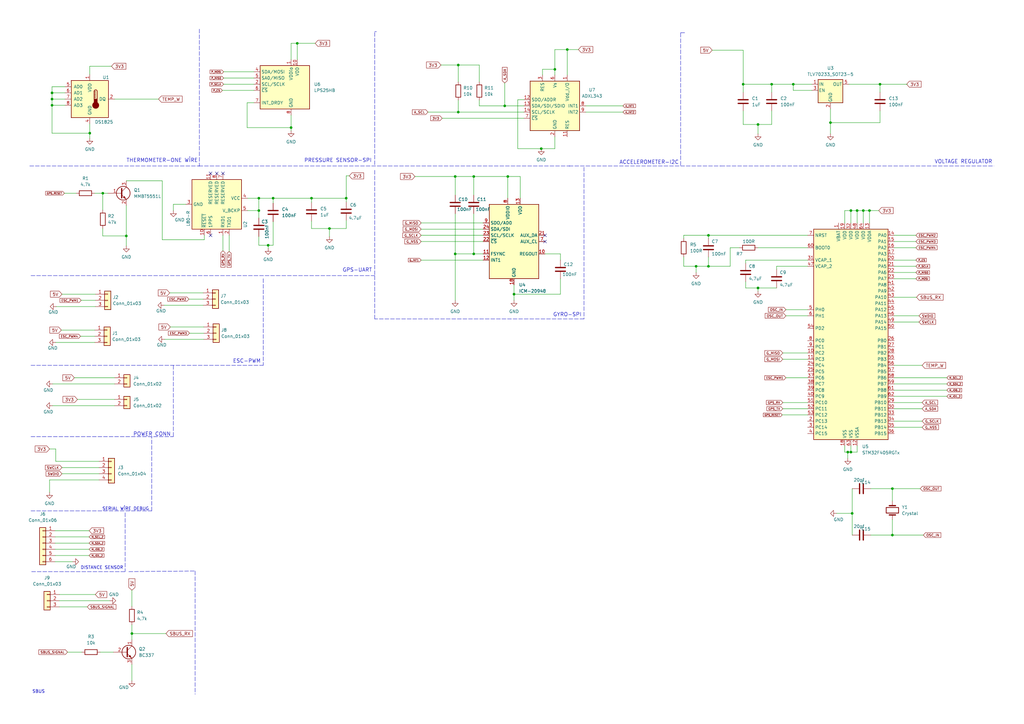
<source format=kicad_sch>
(kicad_sch (version 20211123) (generator eeschema)
  (paper "A3")
  (title_block (title "ULV") (date "2023-09-20") (company "null"))
  (lib_symbols
    (symbol "Connector_Generic:Conn_01x02" (pin_names (offset 1.016) hide)
      (property "Reference" "J" (at 0 2.54 0))
      (property "Value" "Conn_01x02" (at 0 -5.08 0))
      (symbol "Conn_01x02_1_1"
        (pin passive line (at -5.08 0 0) (length 3.81) (name "Pin_1") (number "1"))
        (pin passive line (at -5.08 -2.54 0) (length 3.81) (name "Pin_2") (number "2"))
      )
    )
    (symbol "Connector_Generic:Conn_01x03" (pin_names (offset 1.016) hide)
      (property "Reference" "J" (at 0 5.08 0))
      (property "Value" "Conn_01x03" (at 0 -5.08 0))
      (symbol "Conn_01x03_1_1"
        (pin passive line (at -5.08 2.54 0) (length 3.81) (name "Pin_1") (number "1"))
        (pin passive line (at -5.08 0 0) (length 3.81) (name "Pin_2") (number "2"))
        (pin passive line (at -5.08 -2.54 0) (length 3.81) (name "Pin_3") (number "3"))
      )
    )
    (symbol "Connector_Generic:Conn_01x04" (pin_names (offset 1.016) hide)
      (property "Reference" "J" (at 0 5.08 0))
      (property "Value" "Conn_01x04" (at 0 -7.62 0))
      (symbol "Conn_01x04_1_1"
        (pin passive line (at -5.08 2.54 0) (length 3.81) (name "Pin_1") (number "1"))
        (pin passive line (at -5.08 0 0) (length 3.81) (name "Pin_2") (number "2"))
        (pin passive line (at -5.08 -2.54 0) (length 3.81) (name "Pin_3") (number "3"))
        (pin passive line (at -5.08 -5.08 0) (length 3.81) (name "Pin_4") (number "4"))
      )
    )
    (symbol "Connector_Generic:Conn_01x06" (pin_names (offset 1.016) hide)
      (property "Reference" "J" (at 0 7.62 0))
      (property "Value" "Conn_01x06" (at 0 -10.16 0))
      (symbol "Conn_01x06_1_1"
        (pin passive line (at -5.08 5.08 0) (length 3.81) (name "Pin_1") (number "1"))
        (pin passive line (at -5.08 2.54 0) (length 3.81) (name "Pin_2") (number "2"))
        (pin passive line (at -5.08 0 0) (length 3.81) (name "Pin_3") (number "3"))
        (pin passive line (at -5.08 -2.54 0) (length 3.81) (name "Pin_4") (number "4"))
        (pin passive line (at -5.08 -5.08 0) (length 3.81) (name "Pin_5") (number "5"))
        (pin passive line (at -5.08 -7.62 0) (length 3.81) (name "Pin_6") (number "6"))
      )
    )
    (symbol "Device:C" (pin_numbers hide) (pin_names (offset 0.254))
      (property "Reference" "C" (at 0.635 2.54 0))
      (property "Value" "C" (at 0.635 -2.54 0))
      (symbol "C_1_1"
        (pin passive line (at 0 3.81 270) (length 2.794) (name "~") (number "1"))
        (pin passive line (at 0 -3.81 90) (length 2.794) (name "~") (number "2"))
      )
    )
    (symbol "Device:Crystal" (pin_numbers hide) (pin_names (offset 1.016) hide)
      (property "Reference" "Y" (at 0 3.81 0))
      (property "Value" "Crystal" (at 0 -3.81 0))
      (symbol "Crystal_1_1"
        (pin passive line (at -3.81 0 0) (length 1.27) (name "1") (number "1"))
        (pin passive line (at 3.81 0 180) (length 1.27) (name "2") (number "2"))
      )
    )
    (symbol "Device:R" (pin_numbers hide) (pin_names (offset 0))
      (property "Reference" "R" (at 2.032 0 90))
      (property "Value" "R" (at 0 0 90))
      (symbol "R_1_1"
        (pin passive line (at 0 3.81 270) (length 1.27) (name "~") (number "1"))
        (pin passive line (at 0 -3.81 90) (length 1.27) (name "~") (number "2"))
      )
    )
    (symbol "MCU_ST_STM32F4:STM32F405RGTx"
      (property "Reference" "U" (at -15.24 44.45 0))
      (property "Value" "STM32F405RGTx" (at 10.16 44.45 0))
      (symbol "STM32F405RGTx_1_1"
        (pin power_in line (at -5.08 45.72 270) (length 2.54) (name "VBAT") (number "1"))
        (pin bidirectional line (at -17.78 -7.62 0) (length 2.54) (name "PC2") (number "10"))
        (pin bidirectional line (at -17.78 -10.16 0) (length 2.54) (name "PC3") (number "11"))
        (pin power_in line (at 2.54 -45.72 90) (length 2.54) (name "VSSA") (number "12"))
        (pin power_in line (at 7.62 45.72 270) (length 2.54) (name "VDDA") (number "13"))
        (pin bidirectional line (at 17.78 40.64 180) (length 2.54) (name "PA0") (number "14"))
        (pin bidirectional line (at 17.78 38.1 180) (length 2.54) (name "PA1") (number "15"))
        (pin bidirectional line (at 17.78 35.56 180) (length 2.54) (name "PA2") (number "16"))
        (pin bidirectional line (at 17.78 33.02 180) (length 2.54) (name "PA3") (number "17"))
        (pin power_in line (at -2.54 -45.72 90) (length 2.54) (name "VSS") (number "18"))
        (pin power_in line (at -2.54 45.72 270) (length 2.54) (name "VDD") (number "19"))
        (pin bidirectional line (at -17.78 -35.56 0) (length 2.54) (name "PC13") (number "2"))
        (pin bidirectional line (at 17.78 30.48 180) (length 2.54) (name "PA4") (number "20"))
        (pin bidirectional line (at 17.78 27.94 180) (length 2.54) (name "PA5") (number "21"))
        (pin bidirectional line (at 17.78 25.4 180) (length 2.54) (name "PA6") (number "22"))
        (pin bidirectional line (at 17.78 22.86 180) (length 2.54) (name "PA7") (number "23"))
        (pin bidirectional line (at -17.78 -12.7 0) (length 2.54) (name "PC4") (number "24"))
        (pin bidirectional line (at -17.78 -15.24 0) (length 2.54) (name "PC5") (number "25"))
        (pin bidirectional line (at 17.78 -2.54 180) (length 2.54) (name "PB0") (number "26"))
        (pin bidirectional line (at 17.78 -5.08 180) (length 2.54) (name "PB1") (number "27"))
        (pin bidirectional line (at 17.78 -7.62 180) (length 2.54) (name "PB2") (number "28"))
        (pin bidirectional line (at 17.78 -27.94 180) (length 2.54) (name "PB10") (number "29"))
        (pin bidirectional line (at -17.78 -38.1 0) (length 2.54) (name "PC14") (number "3"))
        (pin bidirectional line (at 17.78 -30.48 180) (length 2.54) (name "PB11") (number "30"))
        (pin power_in line (at -17.78 30.48 0) (length 2.54) (name "VCAP_1") (number "31"))
        (pin power_in line (at 0 45.72 270) (length 2.54) (name "VDD") (number "32"))
        (pin bidirectional line (at 17.78 -33.02 180) (length 2.54) (name "PB12") (number "33"))
        (pin bidirectional line (at 17.78 -35.56 180) (length 2.54) (name "PB13") (number "34"))
        (pin bidirectional line (at 17.78 -38.1 180) (length 2.54) (name "PB14") (number "35"))
        (pin bidirectional line (at 17.78 -40.64 180) (length 2.54) (name "PB15") (number "36"))
        (pin bidirectional line (at -17.78 -17.78 0) (length 2.54) (name "PC6") (number "37"))
        (pin bidirectional line (at -17.78 -20.32 0) (length 2.54) (name "PC7") (number "38"))
        (pin bidirectional line (at -17.78 -22.86 0) (length 2.54) (name "PC8") (number "39"))
        (pin bidirectional line (at -17.78 -40.64 0) (length 2.54) (name "PC15") (number "4"))
        (pin bidirectional line (at -17.78 -25.4 0) (length 2.54) (name "PC9") (number "40"))
        (pin bidirectional line (at 17.78 20.32 180) (length 2.54) (name "PA8") (number "41"))
        (pin bidirectional line (at 17.78 17.78 180) (length 2.54) (name "PA9") (number "42"))
        (pin bidirectional line (at 17.78 15.24 180) (length 2.54) (name "PA10") (number "43"))
        (pin bidirectional line (at 17.78 12.7 180) (length 2.54) (name "PA11") (number "44"))
        (pin bidirectional line (at 17.78 10.16 180) (length 2.54) (name "PA12") (number "45"))
        (pin bidirectional line (at 17.78 7.62 180) (length 2.54) (name "PA13") (number "46"))
        (pin power_in line (at -17.78 27.94 0) (length 2.54) (name "VCAP_2") (number "47"))
        (pin power_in line (at 2.54 45.72 270) (length 2.54) (name "VDD") (number "48"))
        (pin bidirectional line (at 17.78 5.08 180) (length 2.54) (name "PA14") (number "49"))
        (pin input line (at -17.78 10.16 0) (length 2.54) (name "PH0") (number "5"))
        (pin bidirectional line (at 17.78 2.54 180) (length 2.54) (name "PA15") (number "50"))
        (pin bidirectional line (at -17.78 -27.94 0) (length 2.54) (name "PC10") (number "51"))
        (pin bidirectional line (at -17.78 -30.48 0) (length 2.54) (name "PC11") (number "52"))
        (pin bidirectional line (at -17.78 -33.02 0) (length 2.54) (name "PC12") (number "53"))
        (pin bidirectional line (at -17.78 2.54 0) (length 2.54) (name "PD2") (number "54"))
        (pin bidirectional line (at 17.78 -10.16 180) (length 2.54) (name "PB3") (number "55"))
        (pin bidirectional line (at 17.78 -12.7 180) (length 2.54) (name "PB4") (number "56"))
        (pin bidirectional line (at 17.78 -15.24 180) (length 2.54) (name "PB5") (number "57"))
        (pin bidirectional line (at 17.78 -17.78 180) (length 2.54) (name "PB6") (number "58"))
        (pin bidirectional line (at 17.78 -20.32 180) (length 2.54) (name "PB7") (number "59"))
        (pin input line (at -17.78 7.62 0) (length 2.54) (name "PH1") (number "6"))
        (pin input line (at -17.78 35.56 0) (length 2.54) (name "BOOT0") (number "60"))
        (pin bidirectional line (at 17.78 -22.86 180) (length 2.54) (name "PB8") (number "61"))
        (pin bidirectional line (at 17.78 -25.4 180) (length 2.54) (name "PB9") (number "62"))
        (pin power_in line (at 0 -45.72 90) (length 2.54) (name "VSS") (number "63"))
        (pin power_in line (at 5.08 45.72 270) (length 2.54) (name "VDD") (number "64"))
        (pin input line (at -17.78 40.64 0) (length 2.54) (name "NRST") (number "7"))
        (pin bidirectional line (at -17.78 -2.54 0) (length 2.54) (name "PC0") (number "8"))
        (pin bidirectional line (at -17.78 -5.08 0) (length 2.54) (name "PC1") (number "9"))
      )
    )
    (symbol "RF_GPS:L80-R"
      (property "Reference" "U" (at -10.16 11.43 0))
      (property "Value" "L80-R" (at 10.16 11.43 0))
      (symbol "L80-R_1_1"
        (pin input line (at 12.7 2.54 180) (length 2.54) (name "RXD1") (number "1"))
        (pin input line (at 12.7 -5.08 180) (length 2.54) (name "~{RESET}") (number "10"))
        (pin passive line (at -12.7 -2.54 0) (length 2.54) (name "RESERVED") (number "11"))
        (pin passive line (at 0 -12.7 90) (length 2.54) hide (name "GND") (number "12"))
        (pin output line (at 12.7 5.08 180) (length 2.54) (name "TXD1") (number "2"))
        (pin power_in line (at 0 -12.7 90) (length 2.54) (name "GND") (number "3"))
        (pin power_in line (at -2.54 12.7 270) (length 2.54) (name "VCC") (number "4"))
        (pin power_in line (at 2.54 12.7 270) (length 2.54) (name "V_BCKP") (number "5"))
        (pin output line (at 12.7 -2.54 180) (length 2.54) (name "1PPS") (number "6"))
        (pin passive line (at -12.7 2.54 0) (length 2.54) (name "RESERVED") (number "7"))
        (pin passive line (at -12.7 0 0) (length 2.54) (name "RESERVED") (number "8"))
        (pin no_connect line (at 10.16 0 180) (length 2.54) hide (name "NC") (number "9"))
      )
    )
    (symbol "Regulator_Linear:TLV70233_SOT23-5" (pin_names (offset 0.254))
      (property "Reference" "U" (at -3.81 5.715 0))
      (property "Value" "TLV70233_SOT23-5" (at 0 5.715 0))
      (symbol "TLV70233_SOT23-5_1_1"
        (pin power_in line (at -7.62 2.54 0) (length 2.54) (name "IN") (number "1"))
        (pin power_in line (at 0 -7.62 90) (length 2.54) (name "GND") (number "2"))
        (pin input line (at -7.62 0 0) (length 2.54) (name "EN") (number "3"))
        (pin no_connect line (at 5.08 0 180) (length 2.54) hide (name "NC") (number "4"))
        (pin power_out line (at 7.62 2.54 180) (length 2.54) (name "OUT") (number "5"))
      )
    )
    (symbol "Sensor_Motion:ADXL343"
      (property "Reference" "U" (at -8.89 11.43 0))
      (property "Value" "ADXL343" (at -7.62 -11.43 0))
      (symbol "ADXL343_1_1"
        (pin power_in line (at 5.08 12.7 270) (length 2.54) (name "Vdd_I/O") (number "1"))
        (pin no_connect line (at -5.08 -10.16 90) (length 2.54) hide (name "NC") (number "10"))
        (pin passive line (at 5.08 -12.7 90) (length 2.54) (name "RES") (number "11"))
        (pin bidirectional line (at -12.7 2.54 0) (length 2.54) (name "SDO/ADDR") (number "12"))
        (pin bidirectional line (at -12.7 0 0) (length 2.54) (name "SDA/SDI/SDIO") (number "13"))
        (pin input line (at -12.7 -2.54 0) (length 2.54) (name "SCL/SCLK") (number "14"))
        (pin power_in line (at 0 -12.7 90) (length 2.54) (name "GND") (number "2"))
        (pin passive line (at -5.08 12.7 270) (length 2.54) (name "RES") (number "3"))
        (pin passive line (at 0 -12.7 90) (length 2.54) hide (name "GND") (number "4"))
        (pin passive line (at 0 -12.7 90) (length 2.54) hide (name "GND") (number "5"))
        (pin power_in line (at 0 12.7 270) (length 2.54) (name "Vs") (number "6"))
        (pin input line (at -12.7 -5.08 0) (length 2.54) (name "~{CS}") (number "7"))
        (pin output line (at 12.7 0 180) (length 2.54) (name "INT1") (number "8"))
        (pin output line (at 12.7 -2.54 180) (length 2.54) (name "INT2") (number "9"))
      )
    )
    (symbol "Sensor_Motion:ICM-20948"
      (property "Reference" "U" (at -11.43 16.51 0))
      (property "Value" "ICM-20948" (at 7.62 -16.51 0))
      (symbol "ICM-20948_1_1"
        (pin no_connect line (at -10.16 12.7 0) (length 2.54) hide (name "NC") (number "1"))
        (pin passive line (at 12.7 -5.08 180) (length 2.54) (name "REGOUT") (number "10"))
        (pin input line (at -12.7 -5.08 0) (length 2.54) (name "FSYNC") (number "11"))
        (pin output line (at -12.7 -7.62 0) (length 2.54) (name "INT1") (number "12"))
        (pin power_in line (at 2.54 17.78 270) (length 2.54) (name "VDD") (number "13"))
        (pin no_connect line (at 10.16 7.62 180) (length 2.54) hide (name "NC") (number "14"))
        (pin no_connect line (at 10.16 5.08 180) (length 2.54) hide (name "NC") (number "15"))
        (pin no_connect line (at 10.16 -7.62 180) (length 2.54) hide (name "NC") (number "16"))
        (pin no_connect line (at 10.16 -10.16 180) (length 2.54) hide (name "NC") (number "17"))
        (pin power_in line (at 0 -17.78 90) (length 2.54) (name "GND") (number "18"))
        (pin no_connect line (at 10.16 -12.7 180) (length 2.54) hide (name "RESV") (number "19"))
        (pin no_connect line (at -10.16 10.16 0) (length 2.54) hide (name "NC") (number "2"))
        (pin passive line (at 0 -17.78 90) (length 2.54) hide (name "GND") (number "20"))
        (pin bidirectional line (at 12.7 2.54 180) (length 2.54) (name "AUX_DA") (number "21"))
        (pin input line (at -12.7 0 0) (length 2.54) (name "~{CS}") (number "22"))
        (pin input line (at -12.7 2.54 0) (length 2.54) (name "SCL/SCLK") (number "23"))
        (pin bidirectional line (at -12.7 5.08 0) (length 2.54) (name "SDA/SDI") (number "24"))
        (pin no_connect line (at -10.16 -2.54 0) (length 2.54) hide (name "NC") (number "3"))
        (pin no_connect line (at -10.16 -10.16 0) (length 2.54) hide (name "NC") (number "4"))
        (pin no_connect line (at -10.16 -12.7 0) (length 2.54) hide (name "NC") (number "5"))
        (pin no_connect line (at 10.16 10.16 180) (length 2.54) hide (name "NC") (number "6"))
        (pin output line (at 12.7 0 180) (length 2.54) (name "AUX_CL") (number "7"))
        (pin power_in line (at -2.54 17.78 270) (length 2.54) (name "VDDIO") (number "8"))
        (pin bidirectional line (at -12.7 7.62 0) (length 2.54) (name "SDO/AD0") (number "9"))
      )
    )
    (symbol "Sensor_Pressure:LPS25HB"
      (property "Reference" "U" (at -10.16 8.89 0))
      (property "Value" "LPS25HB" (at 10.16 8.89 0))
      (symbol "LPS25HB_1_1"
        (pin power_in line (at -2.54 10.16 270) (length 2.54) (name "VDDio") (number "1"))
        (pin power_in line (at -5.08 10.16 270) (length 2.54) (name "VDD") (number "10"))
        (pin input line (at 12.7 0 180) (length 2.54) (name "SCL/SCLK") (number "2"))
        (pin passive line (at -2.54 -12.7 90) (length 2.54) hide (name "GND") (number "3"))
        (pin bidirectional line (at 12.7 5.08 180) (length 2.54) (name "SDA/MOSI") (number "4"))
        (pin bidirectional line (at 12.7 2.54 180) (length 2.54) (name "SA0/MISO") (number "5"))
        (pin input line (at 12.7 -2.54 180) (length 2.54) (name "~{CS}") (number "6"))
        (pin output line (at 12.7 -7.62 180) (length 2.54) (name "INT_DRDY") (number "7"))
        (pin power_in line (at -2.54 -12.7 90) (length 2.54) (name "GND") (number "8"))
        (pin passive line (at -2.54 -12.7 90) (length 2.54) hide (name "GND") (number "9"))
      )
    )
    (symbol "Sensor_Temperature:DS1825" (pin_names (offset 1.016))
      (property "Reference" "U" (at -6.35 8.89 0))
      (property "Value" "DS1825" (at 6.35 8.89 0))
      (symbol "DS1825_1_1"
        (pin power_in line (at 0 10.16 270) (length 2.54) (name "VDD") (number "1"))
        (pin bidirectional line (at 10.16 0 180) (length 2.54) (name "DQ") (number "2"))
        (pin no_connect line (at -10.16 -5.08 0) (length 2.54) hide (name "NC") (number "3"))
        (pin power_in line (at 0 -10.16 90) (length 2.54) (name "GND") (number "4"))
        (pin input line (at -10.16 5.08 0) (length 2.54) (name "AD0") (number "5"))
        (pin input line (at -10.16 2.54 0) (length 2.54) (name "AD1") (number "6"))
        (pin input line (at -10.16 0 0) (length 2.54) (name "AD2") (number "7"))
        (pin input line (at -10.16 -2.54 0) (length 2.54) (name "AD3") (number "8"))
      )
    )
    (symbol "Transistor_BJT:BC337" (pin_names (offset 0) hide)
      (property "Reference" "Q" (at 5.08 1.905 0))
      (property "Value" "BC337" (at 5.08 0 0))
      (symbol "BC337_1_1"
        (pin passive line (at 2.54 5.08 270) (length 2.54) (name "C") (number "1"))
        (pin input line (at -5.08 0 0) (length 5.08) (name "B") (number "2"))
        (pin passive line (at 2.54 -5.08 90) (length 2.54) (name "E") (number "3"))
      )
    )
    (symbol "Transistor_BJT:MMBT5551L" (pin_names (offset 0) hide)
      (property "Reference" "Q" (at 5.08 1.905 0))
      (property "Value" "MMBT5551L" (at 5.08 0 0))
      (symbol "MMBT5551L_1_1"
        (pin input line (at -5.08 0 0) (length 5.715) (name "B") (number "1"))
        (pin passive line (at 2.54 -5.08 90) (length 2.54) (name "E") (number "2"))
        (pin passive line (at 2.54 5.08 270) (length 2.54) (name "C") (number "3"))
      )
    )
    (symbol "power:GND" (power) (pin_names (offset 0))
      (property "Value" "GND" (at 0 -3.81 0))
      (symbol "GND_1_1"
        (pin power_in line (at 0 0 270) (length 0) hide (name "GND") (number "1"))
      )
    )
  )
  (junction (at 127.762 81.28))
  (junction (at 121.92 17.78))
  (junction (at 194.31 104.14))
  (junction (at 194.31 72.39))
  (junction (at 304.8 34.544))
  (junction (at 348.996 185.42))
  (junction (at 21.336 38.1))
  (junction (at 210.82 120.65))
  (junction (at 232.664 20.32))
  (junction (at 119.38 52.324))
  (junction (at 356.616 86.36))
  (junction (at 141.986 81.28))
  (junction (at 290.576 96.52))
  (junction (at 51.816 96.774))
  (junction (at 186.69 104.14))
  (junction (at 340.614 50.292))
  (junction (at 348.996 86.36))
  (junction (at 366.014 200.406))
  (junction (at 227.584 28.448))
  (junction (at 135.128 93.726))
  (junction (at 187.96 45.974))
  (junction (at 325.374 34.544))
  (junction (at 366.014 219.456))
  (junction (at 351.536 86.36))
  (junction (at 360.934 34.544))
  (junction (at 290.576 109.22))
  (junction (at 186.69 72.39))
  (junction (at 187.96 26.67))
  (junction (at 285.496 109.22))
  (junction (at 54.102 259.842))
  (junction (at 310.896 51.054))
  (junction (at 207.01 43.434))
  (junction (at 112.014 81.28))
  (junction (at 347.726 185.42))
  (junction (at 36.83 54.61))
  (junction (at 106.172 86.36))
  (junction (at 316.484 34.544))
  (junction (at 42.164 79.248))
  (junction (at 354.076 86.36))
  (junction (at 106.172 81.28))
  (junction (at 208.28 72.39))
  (junction (at 310.896 118.11))
  (junction (at 21.336 40.64))
  (junction (at 109.982 100.584))
  (junction (at 349.504 210.566))
  (junction (at 221.996 60.96))
  (junction (at 21.336 43.18))
  (no_connect (at 223.52 99.06))
  (no_connect (at 91.44 71.12))
  (no_connect (at 223.52 96.52))
  (no_connect (at 88.9 71.12))
  (no_connect (at 86.36 96.52))
  (no_connect (at 86.36 71.12))
  (wire (pts (xy 25.4 120.65) (xy 39.116 120.65)))
  (wire (pts (xy 186.69 72.39) (xy 194.31 72.39)))
  (wire (pts (xy 25.4 194.31) (xy 40.64 194.31)))
  (wire (pts (xy 194.31 87.63) (xy 194.31 104.14)))
  (wire (pts (xy 349.504 200.406) (xy 349.504 210.566)))
  (wire (pts (xy 310.896 51.054) (xy 310.896 54.864)))
  (wire (pts (xy 121.92 17.78) (xy 119.38 17.78)))
  (wire (pts (xy 22.606 220.218) (xy 36.576 220.218)))
  (wire (pts (xy 322.326 129.54) (xy 331.216 129.54)))
  (wire (pts (xy 366.776 129.54) (xy 376.936 129.54)))
  (wire (pts (xy 223.52 104.14) (xy 229.87 104.14)))
  (wire (pts (xy 172.72 96.52) (xy 198.12 96.52)))
  (wire (pts (xy 83.82 98.298) (xy 83.82 96.52)))
  (wire (pts (xy 360.934 34.544) (xy 372.11 34.544)))
  (wire (pts (xy 366.776 106.68) (xy 375.666 106.68)))
  (wire (pts (xy 93.98 96.52) (xy 93.98 103.124)))
  (wire (pts (xy 240.284 43.434) (xy 255.524 43.434)))
  (polyline (pts (xy 51.308 210.312) (xy 51.308 234.442)))
  (wire (pts (xy 172.72 99.06) (xy 198.12 99.06)))
  (wire (pts (xy 348.234 34.544) (xy 360.934 34.544)))
  (wire (pts (xy 106.172 86.36) (xy 106.172 81.28)))
  (polyline (pts (xy 107.95 114.3) (xy 107.95 149.86)))
  (wire (pts (xy 46.99 40.64) (xy 65.024 40.64)))
  (wire (pts (xy 91.186 37.084) (xy 104.14 37.084)))
  (wire (pts (xy 316.484 34.544) (xy 325.374 34.544)))
  (wire (pts (xy 221.996 60.96) (xy 227.584 60.96)))
  (wire (pts (xy 194.31 72.39) (xy 194.31 80.01)))
  (wire (pts (xy 310.896 118.11) (xy 310.896 119.38)))
  (wire (pts (xy 21.336 43.18) (xy 21.336 54.61)))
  (wire (pts (xy 280.416 109.22) (xy 285.496 109.22)))
  (wire (pts (xy 340.614 44.704) (xy 340.614 50.292)))
  (wire (pts (xy 42.164 79.248) (xy 42.164 86.106)))
  (wire (pts (xy 45.72 27.178) (xy 36.83 27.178)))
  (polyline (pts (xy 153.67 130.81) (xy 153.67 113.03)))
  (wire (pts (xy 360.426 86.36) (xy 356.616 86.36)))
  (wire (pts (xy 292.1 20.574) (xy 304.8 20.574)))
  (wire (pts (xy 119.38 17.78) (xy 119.38 24.384)))
  (wire (pts (xy 304.8 51.054) (xy 310.896 51.054)))
  (wire (pts (xy 343.154 210.566) (xy 349.504 210.566)))
  (wire (pts (xy 196.596 43.434) (xy 196.596 41.148)))
  (wire (pts (xy 348.996 86.36) (xy 348.996 91.44)))
  (wire (pts (xy 91.694 29.464) (xy 104.14 29.464)))
  (wire (pts (xy 181.356 48.514) (xy 214.884 48.514)))
  (wire (pts (xy 229.87 104.14) (xy 229.87 106.68)))
  (wire (pts (xy 212.344 40.894) (xy 212.344 60.96)))
  (wire (pts (xy 321.056 165.1) (xy 331.216 165.1)))
  (wire (pts (xy 354.076 86.36) (xy 354.076 91.44)))
  (wire (pts (xy 22.86 140.462) (xy 38.862 140.462)))
  (wire (pts (xy 349.504 210.566) (xy 349.504 219.456)))
  (wire (pts (xy 356.616 86.36) (xy 354.076 86.36)))
  (wire (pts (xy 119.38 52.324) (xy 119.38 53.594)))
  (wire (pts (xy 54.102 242.062) (xy 54.102 248.666)))
  (wire (pts (xy 214.884 40.894) (xy 212.344 40.894)))
  (wire (pts (xy 20.32 184.15) (xy 22.86 184.15)))
  (wire (pts (xy 351.536 185.42) (xy 348.996 185.42)))
  (polyline (pts (xy 12.7 113.03) (xy 153.67 113.03)))
  (wire (pts (xy 214.884 43.434) (xy 207.01 43.434)))
  (polyline (pts (xy 279.146 67.818) (xy 279.146 13.462)))
  (wire (pts (xy 25.146 135.382) (xy 38.862 135.382)))
  (wire (pts (xy 187.96 26.67) (xy 196.596 26.67)))
  (wire (pts (xy 322.326 154.94) (xy 331.216 154.94)))
  (wire (pts (xy 354.076 86.36) (xy 351.536 86.36)))
  (wire (pts (xy 229.87 120.65) (xy 210.82 120.65)))
  (wire (pts (xy 348.996 86.36) (xy 346.456 86.36)))
  (wire (pts (xy 305.816 106.68) (xy 305.816 107.95)))
  (wire (pts (xy 229.87 114.3) (xy 229.87 120.65)))
  (wire (pts (xy 69.85 134.112) (xy 83.566 134.112)))
  (polyline (pts (xy 295.656 68.072) (xy 407.67 68.072)))
  (wire (pts (xy 305.816 118.11) (xy 310.896 118.11)))
  (wire (pts (xy 316.484 37.846) (xy 316.484 34.544)))
  (wire (pts (xy 186.69 104.14) (xy 186.69 123.19)))
  (wire (pts (xy 366.776 96.52) (xy 375.666 96.52)))
  (wire (pts (xy 310.896 101.6) (xy 331.216 101.6)))
  (wire (pts (xy 21.336 38.1) (xy 21.336 40.64)))
  (wire (pts (xy 227.584 60.96) (xy 227.584 56.134)))
  (wire (pts (xy 119.38 47.244) (xy 119.38 52.324)))
  (polyline (pts (xy 233.426 68.072) (xy 295.656 68.072)))
  (wire (pts (xy 331.216 106.68) (xy 305.816 106.68)))
  (wire (pts (xy 41.148 267.462) (xy 46.482 267.462)))
  (wire (pts (xy 310.896 118.11) (xy 318.516 118.11)))
  (wire (pts (xy 318.516 110.49) (xy 318.516 109.22)))
  (wire (pts (xy 141.986 81.28) (xy 141.986 82.804)))
  (wire (pts (xy 22.606 230.378) (xy 29.718 230.378)))
  (wire (pts (xy 127.762 81.28) (xy 127.762 83.058)))
  (wire (pts (xy 227.584 28.448) (xy 227.584 20.32)))
  (wire (pts (xy 360.934 50.292) (xy 340.614 50.292)))
  (wire (pts (xy 366.776 114.3) (xy 375.666 114.3)))
  (wire (pts (xy 22.86 189.23) (xy 40.64 189.23)))
  (polyline (pts (xy 12.192 68.072) (xy 81.788 68.072)))
  (wire (pts (xy 27.686 267.462) (xy 33.528 267.462)))
  (wire (pts (xy 305.816 115.57) (xy 305.816 118.11)))
  (wire (pts (xy 180.848 26.67) (xy 187.96 26.67)))
  (wire (pts (xy 129.286 17.78) (xy 121.92 17.78)))
  (wire (pts (xy 357.124 200.406) (xy 366.014 200.406)))
  (wire (pts (xy 33.274 123.19) (xy 39.116 123.19)))
  (wire (pts (xy 194.31 104.14) (xy 198.12 104.14)))
  (wire (pts (xy 222.504 30.734) (xy 222.504 28.448)))
  (wire (pts (xy 299.466 109.22) (xy 290.576 109.22)))
  (wire (pts (xy 280.416 96.52) (xy 280.416 97.79)))
  (wire (pts (xy 42.164 96.774) (xy 51.816 96.774)))
  (wire (pts (xy 325.374 34.544) (xy 332.994 34.544)))
  (wire (pts (xy 194.31 72.39) (xy 208.28 72.39)))
  (wire (pts (xy 127.762 93.726) (xy 135.128 93.726)))
  (polyline (pts (xy 81.534 68.072) (xy 233.68 68.072)))
  (wire (pts (xy 22.86 184.15) (xy 22.86 189.23)))
  (wire (pts (xy 170.18 72.39) (xy 186.69 72.39)))
  (wire (pts (xy 66.548 98.298) (xy 83.82 98.298)))
  (wire (pts (xy 66.548 74.168) (xy 66.548 98.298)))
  (wire (pts (xy 366.776 157.48) (xy 388.366 157.48)))
  (wire (pts (xy 186.69 72.39) (xy 186.69 80.01)))
  (polyline (pts (xy 52.832 234.442) (xy 80.01 234.188)))
  (wire (pts (xy 101.6 86.36) (xy 106.172 86.36)))
  (polyline (pts (xy 12.954 234.442) (xy 51.308 234.442)))
  (polyline (pts (xy 239.522 68.58) (xy 239.522 130.81)))
  (polyline (pts (xy 279.146 13.462) (xy 280.924 13.462)))
  (wire (pts (xy 30.48 154.94) (xy 46.99 154.94)))
  (wire (pts (xy 299.466 101.6) (xy 299.466 109.22)))
  (wire (pts (xy 71.12 83.82) (xy 71.12 86.36)))
  (wire (pts (xy 240.284 45.974) (xy 255.524 45.974)))
  (wire (pts (xy 322.326 127) (xy 331.216 127)))
  (wire (pts (xy 346.456 86.36) (xy 346.456 91.44)))
  (wire (pts (xy 210.82 120.65) (xy 210.82 123.19)))
  (wire (pts (xy 24.384 248.92) (xy 35.814 248.92)))
  (wire (pts (xy 232.664 20.32) (xy 232.664 30.734)))
  (wire (pts (xy 106.172 86.36) (xy 106.172 89.408)))
  (wire (pts (xy 91.44 96.52) (xy 91.44 102.87)))
  (wire (pts (xy 366.776 132.08) (xy 376.936 132.08)))
  (wire (pts (xy 208.28 72.39) (xy 213.36 72.39)))
  (wire (pts (xy 325.374 37.084) (xy 325.374 34.544)))
  (wire (pts (xy 46.99 157.48) (xy 21.59 157.48)))
  (polyline (pts (xy 239.522 130.81) (xy 153.67 130.81)))
  (polyline (pts (xy 153.67 12.954) (xy 154.432 12.954)))
  (wire (pts (xy 33.02 137.922) (xy 38.862 137.922)))
  (wire (pts (xy 366.776 154.94) (xy 388.366 154.94)))
  (wire (pts (xy 91.694 34.544) (xy 104.14 34.544)))
  (wire (pts (xy 222.504 28.448) (xy 227.584 28.448)))
  (wire (pts (xy 186.69 104.14) (xy 194.31 104.14)))
  (polyline (pts (xy 12.7 179.07) (xy 71.12 179.07)))
  (wire (pts (xy 210.82 116.84) (xy 210.82 120.65)))
  (wire (pts (xy 141.986 93.726) (xy 135.128 93.726)))
  (wire (pts (xy 21.336 43.18) (xy 26.67 43.18)))
  (wire (pts (xy 23.114 125.73) (xy 39.116 125.73)))
  (wire (pts (xy 227.584 20.32) (xy 232.664 20.32)))
  (wire (pts (xy 77.47 122.682) (xy 83.312 122.682)))
  (wire (pts (xy 121.92 17.78) (xy 121.92 24.384)))
  (wire (pts (xy 304.8 34.544) (xy 304.8 37.846)))
  (wire (pts (xy 109.982 100.584) (xy 109.982 101.854)))
  (wire (pts (xy 141.986 72.136) (xy 141.986 81.28)))
  (polyline (pts (xy 80.01 234.188) (xy 80.01 284.734)))
  (wire (pts (xy 214.884 45.974) (xy 187.96 45.974)))
  (wire (pts (xy 318.516 109.22) (xy 331.216 109.22)))
  (wire (pts (xy 227.584 30.734) (xy 227.584 28.448)))
  (wire (pts (xy 21.336 40.64) (xy 26.67 40.64)))
  (wire (pts (xy 360.934 45.466) (xy 360.934 50.292)))
  (wire (pts (xy 24.384 243.84) (xy 39.116 243.84)))
  (wire (pts (xy 285.496 111.76) (xy 285.496 109.22)))
  (wire (pts (xy 68.072 259.842) (xy 54.102 259.842)))
  (wire (pts (xy 280.416 105.41) (xy 280.416 109.22)))
  (wire (pts (xy 186.69 87.63) (xy 186.69 104.14)))
  (polyline (pts (xy 12.7 149.86) (xy 107.95 149.86)))
  (wire (pts (xy 21.336 38.1) (xy 26.67 38.1)))
  (wire (pts (xy 51.816 96.774) (xy 51.816 84.328)))
  (wire (pts (xy 106.172 81.28) (xy 112.014 81.28)))
  (wire (pts (xy 351.536 86.36) (xy 348.996 86.36)))
  (wire (pts (xy 366.776 109.22) (xy 375.666 109.22)))
  (wire (pts (xy 290.576 96.52) (xy 331.216 96.52)))
  (wire (pts (xy 316.484 51.054) (xy 310.896 51.054)))
  (wire (pts (xy 357.124 219.456) (xy 366.014 219.456)))
  (wire (pts (xy 321.056 147.32) (xy 331.216 147.32)))
  (wire (pts (xy 196.596 26.67) (xy 196.596 33.528)))
  (wire (pts (xy 366.776 101.6) (xy 375.666 101.6)))
  (wire (pts (xy 348.996 182.88) (xy 348.996 185.42)))
  (wire (pts (xy 22.606 222.758) (xy 36.576 222.758)))
  (wire (pts (xy 347.726 187.96) (xy 347.726 185.42)))
  (wire (pts (xy 172.72 106.68) (xy 198.12 106.68)))
  (wire (pts (xy 101.346 42.164) (xy 101.346 52.324)))
  (polyline (pts (xy 71.12 149.86) (xy 71.12 179.07)))
  (wire (pts (xy 366.776 149.86) (xy 378.206 149.86)))
  (wire (pts (xy 36.83 27.178) (xy 36.83 30.48)))
  (wire (pts (xy 366.776 111.76) (xy 375.666 111.76)))
  (wire (pts (xy 212.344 60.96) (xy 221.996 60.96)))
  (wire (pts (xy 112.014 100.584) (xy 109.982 100.584)))
  (wire (pts (xy 208.28 72.39) (xy 208.28 81.28)))
  (polyline (pts (xy 12.7 209.55) (xy 62.23 209.55)))
  (wire (pts (xy 347.726 185.42) (xy 346.456 185.42)))
  (wire (pts (xy 21.336 54.61) (xy 36.83 54.61)))
  (wire (pts (xy 360.934 34.544) (xy 360.934 37.846)))
  (wire (pts (xy 21.59 166.37) (xy 46.99 166.37)))
  (wire (pts (xy 366.776 172.72) (xy 378.206 172.72)))
  (wire (pts (xy 36.83 50.8) (xy 36.83 54.61)))
  (wire (pts (xy 290.576 105.41) (xy 290.576 109.22)))
  (polyline (pts (xy 62.23 209.55) (xy 62.23 179.07)))
  (wire (pts (xy 67.564 139.192) (xy 83.566 139.192)))
  (wire (pts (xy 101.346 52.324) (xy 119.38 52.324)))
  (wire (pts (xy 366.014 200.406) (xy 366.014 205.486)))
  (wire (pts (xy 366.776 99.06) (xy 375.666 99.06)))
  (wire (pts (xy 366.776 162.56) (xy 388.366 162.56)))
  (wire (pts (xy 21.336 35.56) (xy 21.336 38.1)))
  (wire (pts (xy 31.75 163.83) (xy 46.99 163.83)))
  (wire (pts (xy 187.96 45.974) (xy 187.96 41.148)))
  (wire (pts (xy 207.01 43.434) (xy 196.596 43.434)))
  (wire (pts (xy 366.014 200.406) (xy 377.444 200.406)))
  (wire (pts (xy 135.128 93.726) (xy 135.128 97.028)))
  (wire (pts (xy 187.96 26.67) (xy 187.96 33.528)))
  (wire (pts (xy 346.456 185.42) (xy 346.456 182.88)))
  (wire (pts (xy 26.416 79.248) (xy 31.242 79.248)))
  (wire (pts (xy 366.776 175.26) (xy 378.206 175.26)))
  (wire (pts (xy 26.67 35.56) (xy 21.336 35.56)))
  (wire (pts (xy 69.596 120.142) (xy 83.312 120.142)))
  (wire (pts (xy 356.616 86.36) (xy 356.616 91.44)))
  (wire (pts (xy 42.164 93.726) (xy 42.164 96.774)))
  (wire (pts (xy 143.256 72.136) (xy 141.986 72.136)))
  (wire (pts (xy 22.606 227.838) (xy 36.576 227.838)))
  (wire (pts (xy 316.484 34.544) (xy 304.8 34.544)))
  (wire (pts (xy 20.32 196.85) (xy 20.32 201.93)))
  (wire (pts (xy 340.614 50.292) (xy 340.614 54.864)))
  (wire (pts (xy 366.776 167.64) (xy 378.206 167.64)))
  (wire (pts (xy 332.994 37.084) (xy 325.374 37.084)))
  (wire (pts (xy 316.484 45.466) (xy 316.484 51.054)))
  (wire (pts (xy 106.172 97.028) (xy 106.172 100.584)))
  (wire (pts (xy 21.336 40.64) (xy 21.336 43.18)))
  (wire (pts (xy 366.014 213.106) (xy 366.014 219.456)))
  (wire (pts (xy 127.762 81.28) (xy 112.014 81.28)))
  (wire (pts (xy 290.576 109.22) (xy 285.496 109.22)))
  (wire (pts (xy 91.694 32.004) (xy 104.14 32.004)))
  (wire (pts (xy 24.384 246.38) (xy 44.958 246.38)))
  (wire (pts (xy 54.102 256.286) (xy 54.102 259.842)))
  (wire (pts (xy 290.576 96.52) (xy 280.416 96.52)))
  (wire (pts (xy 366.014 219.456) (xy 378.714 219.456)))
  (wire (pts (xy 213.36 72.39) (xy 213.36 81.28)))
  (wire (pts (xy 127.762 90.678) (xy 127.762 93.726)))
  (wire (pts (xy 320.802 170.18) (xy 331.216 170.18)))
  (wire (pts (xy 232.664 20.32) (xy 237.236 20.32)))
  (wire (pts (xy 141.986 81.28) (xy 127.762 81.28)))
  (wire (pts (xy 77.724 136.652) (xy 83.566 136.652)))
  (wire (pts (xy 51.816 96.774) (xy 51.816 100.838)))
  (wire (pts (xy 67.31 125.222) (xy 83.312 125.222)))
  (wire (pts (xy 36.83 54.61) (xy 36.83 56.642)))
  (wire (pts (xy 22.606 225.298) (xy 36.576 225.298)))
  (wire (pts (xy 106.172 100.584) (xy 109.982 100.584)))
  (wire (pts (xy 304.8 20.574) (xy 304.8 34.544)))
  (wire (pts (xy 175.514 45.974) (xy 187.96 45.974)))
  (wire (pts (xy 25.4 191.77) (xy 40.64 191.77)))
  (polyline (pts (xy 153.67 67.564) (xy 153.67 12.954)))
  (wire (pts (xy 101.6 81.28) (xy 106.172 81.28)))
  (polyline (pts (xy 81.788 11.938) (xy 81.788 68.072)))
  (wire (pts (xy 38.862 79.248) (xy 42.164 79.248)))
  (wire (pts (xy 351.536 86.36) (xy 351.536 91.44)))
  (wire (pts (xy 76.2 83.82) (xy 71.12 83.82)))
  (wire (pts (xy 20.32 196.85) (xy 40.64 196.85)))
  (wire (pts (xy 172.72 93.98) (xy 198.12 93.98)))
  (wire (pts (xy 366.776 121.92) (xy 375.92 121.92)))
  (polyline (pts (xy 153.67 69.85) (xy 153.67 113.03)))
  (wire (pts (xy 366.776 165.1) (xy 378.206 165.1)))
  (wire (pts (xy 290.576 96.52) (xy 290.576 97.79)))
  (wire (pts (xy 304.8 45.466) (xy 304.8 51.054)))
  (wire (pts (xy 321.056 144.78) (xy 331.216 144.78)))
  (wire (pts (xy 51.816 74.168) (xy 66.548 74.168)))
  (wire (pts (xy 141.986 90.424) (xy 141.986 93.726)))
  (wire (pts (xy 54.102 272.542) (xy 54.102 279.146)))
  (wire (pts (xy 207.01 34.036) (xy 207.01 43.434)))
  (wire (pts (xy 172.72 91.44) (xy 198.12 91.44)))
  (wire (pts (xy 348.996 185.42) (xy 347.726 185.42)))
  (wire (pts (xy 303.276 101.6) (xy 299.466 101.6)))
  (wire (pts (xy 351.536 182.88) (xy 351.536 185.42)))
  (wire (pts (xy 112.014 81.28) (xy 112.014 83.312)))
  (wire (pts (xy 104.14 42.164) (xy 101.346 42.164)))
  (wire (pts (xy 22.606 217.678) (xy 36.576 217.678)))
  (wire (pts (xy 112.014 90.932) (xy 112.014 100.584)))
  (wire (pts (xy 42.164 79.248) (xy 44.196 79.248)))
  (wire (pts (xy 321.056 167.64) (xy 331.216 167.64)))
  (wire (pts (xy 54.102 259.842) (xy 54.102 262.382)))
  (wire (pts (xy 366.776 160.02) (xy 388.366 160.02)))
  (text "POWER CONN" (at 54.61 179.07 0) (effects (font (size 1.524 1.524)) (justify left bottom)))
  (text "ACCELEROMETER-I2C" (at 254 67.564 0) (effects (font (size 1.524 1.524)) (justify left bottom)))
  (text "DISTANCE SENSOR" (at 33.02 233.68 0) (effects (font (size 1.27 1.27)) (justify left bottom)))
  (text "THERMOMETER-ONE WİRE" (at 51.816 66.802 0) (effects (font (size 1.524 1.524)) (justify left bottom)))
  (text "SBUS\n" (at 13.208 284.48 0) (effects (font (size 1.27 1.27)) (justify left bottom)))
  (text "ESC-PWM\n" (at 95.504 149.098 0) (effects (font (size 1.524 1.524)) (justify left bottom)))
  (text "GYRO-SPI" (at 226.822 130.048 0) (effects (font (size 1.524 1.524)) (justify left bottom)))
  (text "SERIAL WİRE DEBUG" (at 41.91 209.55 0) (effects (font (size 1.27 1.27)) (justify left bottom)))
  (text "PRESSURE SENSOR-SPI" (at 124.714 66.802 0) (effects (font (size 1.524 1.524)) (justify left bottom)))
  (text "VOLTAGE REGULATOR" (at 383.286 67.31 0) (effects (font (size 1.524 1.524)) (justify left bottom)))
  (text "GPS-UART" (at 140.462 111.76 0) (effects (font (size 1.524 1.524)) (justify left bottom)))
  (global_label "P_CS" (shape input) (at 375.666 106.68 0) (effects (font (size 0.762 0.762))) (property "Intersheet References" "${INTERSHEET_REFS}" (effects hide)))
  (global_label "5V" (shape input) (at 25.4 120.65 180) (property "Intersheet References" "${INTERSHEET_REFS}" (effects hide)))
  (global_label "SBUS_RX" (shape input) (at 68.072 259.842 0) (property "Intersheet References" "${INTERSHEET_REFS}" (effects hide)))
  (global_label "SWCLK" (shape input) (at 25.4 191.77 180) (effects (font (size 1 1))) (property "Intersheet References" "${INTERSHEET_REFS}" (effects hide)))
  (global_label "ESC_PWM1" (shape input) (at 322.326 154.94 180) (effects (font (size 0.889 0.889))) (property "Intersheet References" "${INTERSHEET_REFS}" (effects hide)))
  (global_label "3V3" (shape input) (at 20.32 184.15 180) (property "Intersheet References" "${INTERSHEET_REFS}" (effects hide)))
  (global_label "ESC_PWM1" (shape input) (at 33.274 123.19 180) (effects (font (size 0.889 0.889))) (property "Intersheet References" "${INTERSHEET_REFS}" (effects hide)))
  (global_label "5V" (shape input) (at 25.146 135.382 180) (property "Intersheet References" "${INTERSHEET_REFS}" (effects hide)))
  (global_label "G_SCLK" (shape input) (at 378.206 172.72 0) (effects (font (size 1.016 1.016))) (property "Intersheet References" "${INTERSHEET_REFS}" (effects hide)))
  (global_label "GPS_RX" (shape input) (at 91.44 102.87 270) (effects (font (size 0.889 0.889))) (property "Intersheet References" "${INTERSHEET_REFS}" (effects hide)))
  (global_label "M_IO0_2" (shape input) (at 36.576 225.298 0) (effects (font (size 0.762 0.762))) (property "Intersheet References" "${INTERSHEET_REFS}" (effects hide)))
  (global_label "P_CS" (shape input) (at 91.186 37.084 180) (effects (font (size 0.762 0.762))) (property "Intersheet References" "${INTERSHEET_REFS}" (effects hide)))
  (global_label "ESC_PWM4" (shape input) (at 375.666 101.6 0) (effects (font (size 0.889 0.889))) (property "Intersheet References" "${INTERSHEET_REFS}" (effects hide)))
  (global_label "3V3" (shape input) (at 170.18 72.39 180) (property "Intersheet References" "${INTERSHEET_REFS}" (effects hide)))
  (global_label "GPS_RESET" (shape input) (at 320.802 170.18 180) (effects (font (size 0.762 0.762))) (property "Intersheet References" "${INTERSHEET_REFS}" (effects hide)))
  (global_label "G_MOSI" (shape input) (at 172.72 93.98 180) (effects (font (size 1.016 1.016))) (property "Intersheet References" "${INTERSHEET_REFS}" (effects hide)))
  (global_label "P_SCLK" (shape input) (at 375.666 109.22 0) (effects (font (size 0.762 0.762))) (property "Intersheet References" "${INTERSHEET_REFS}" (effects hide)))
  (global_label "3V3" (shape input) (at 45.72 27.178 0) (property "Intersheet References" "${INTERSHEET_REFS}" (effects hide)))
  (global_label "M_SDA_2" (shape input) (at 388.366 157.48 0) (effects (font (size 0.762 0.762))) (property "Intersheet References" "${INTERSHEET_REFS}" (effects hide)))
  (global_label "M_SCL_2" (shape input) (at 388.366 154.94 0) (effects (font (size 0.762 0.762))) (property "Intersheet References" "${INTERSHEET_REFS}" (effects hide)))
  (global_label "OSC_OUT" (shape input) (at 377.444 200.406 0) (effects (font (size 1 1))) (property "Intersheet References" "${INTERSHEET_REFS}" (effects hide)))
  (global_label "A_SDA" (shape input) (at 207.01 34.036 90) (effects (font (size 1.016 1.016))) (property "Intersheet References" "${INTERSHEET_REFS}" (effects hide)))
  (global_label "3V3" (shape input) (at 180.848 26.67 180) (property "Intersheet References" "${INTERSHEET_REFS}" (effects hide)))
  (global_label "3V3" (shape input) (at 360.426 86.36 0) (property "Intersheet References" "${INTERSHEET_REFS}" (effects hide)))
  (global_label "OSC_IN" (shape input) (at 378.714 219.456 0) (effects (font (size 1 1))) (property "Intersheet References" "${INTERSHEET_REFS}" (effects hide)))
  (global_label "3V3" (shape input) (at 143.256 72.136 0) (property "Intersheet References" "${INTERSHEET_REFS}" (effects hide)))
  (global_label "GPS_RESET" (shape input) (at 26.416 79.248 180) (effects (font (size 0.762 0.762))) (property "Intersheet References" "${INTERSHEET_REFS}" (effects hide)))
  (global_label "A_INT2" (shape input) (at 255.524 45.974 0) (effects (font (size 0.762 0.762))) (property "Intersheet References" "${INTERSHEET_REFS}" (effects hide)))
  (global_label "SWCLK" (shape input) (at 376.936 132.08 0) (effects (font (size 1 1))) (property "Intersheet References" "${INTERSHEET_REFS}" (effects hide)))
  (global_label "P_MOSI" (shape input) (at 375.666 114.3 0) (effects (font (size 0.762 0.762))) (property "Intersheet References" "${INTERSHEET_REFS}" (effects hide)))
  (global_label "TEMP_W" (shape input) (at 378.206 149.86 0) (property "Intersheet References" "${INTERSHEET_REFS}" (effects hide)))
  (global_label "5V" (shape input) (at 30.48 154.94 180) (property "Intersheet References" "${INTERSHEET_REFS}" (effects hide)))
  (global_label "3V3" (shape input) (at 371.856 34.544 0) (property "Intersheet References" "${INTERSHEET_REFS}" (effects hide)))
  (global_label "M_IO1_2" (shape input) (at 388.366 162.56 0) (effects (font (size 0.762 0.762))) (property "Intersheet References" "${INTERSHEET_REFS}" (effects hide)))
  (global_label "P_MISO" (shape input) (at 91.694 32.004 180) (effects (font (size 0.762 0.762))) (property "Intersheet References" "${INTERSHEET_REFS}" (effects hide)))
  (global_label "SWDIO" (shape input) (at 376.936 129.54 0) (effects (font (size 1 1))) (property "Intersheet References" "${INTERSHEET_REFS}" (effects hide)))
  (global_label "A_INT1" (shape input) (at 255.524 43.434 0) (effects (font (size 0.762 0.762))) (property "Intersheet References" "${INTERSHEET_REFS}" (effects hide)))
  (global_label "P_MISO" (shape input) (at 375.666 111.76 0) (effects (font (size 0.762 0.762))) (property "Intersheet References" "${INTERSHEET_REFS}" (effects hide)))
  (global_label "G_SCLK" (shape input) (at 172.72 96.52 180) (effects (font (size 1.016 1.016))) (property "Intersheet References" "${INTERSHEET_REFS}" (effects hide)))
  (global_label "OSC_IN" (shape input) (at 322.326 127 180) (effects (font (size 1 1))) (property "Intersheet References" "${INTERSHEET_REFS}" (effects hide)))
  (global_label "5V" (shape input) (at 54.102 242.062 90) (property "Intersheet References" "${INTERSHEET_REFS}" (effects hide)))
  (global_label "TEMP_W" (shape input) (at 65.024 40.64 0) (property "Intersheet References" "${INTERSHEET_REFS}" (effects hide)))
  (global_label "SBUS_SIGNAL" (shape input) (at 35.814 248.92 0) (effects (font (size 1 1))) (property "Intersheet References" "${INTERSHEET_REFS}" (effects hide)))
  (global_label "A_SCL" (shape input) (at 378.206 165.1 0) (effects (font (size 1.016 1.016))) (property "Intersheet References" "${INTERSHEET_REFS}" (effects hide)))
  (global_label "5V" (shape input) (at 69.596 120.142 180) (property "Intersheet References" "${INTERSHEET_REFS}" (effects hide)))
  (global_label "SWDIO" (shape input) (at 25.4 194.31 180) (effects (font (size 1 1))) (property "Intersheet References" "${INTERSHEET_REFS}" (effects hide)))
  (global_label "M_SCL_2" (shape input) (at 36.576 220.218 0) (effects (font (size 0.762 0.762))) (property "Intersheet References" "${INTERSHEET_REFS}" (effects hide)))
  (global_label "G_MISO" (shape input) (at 172.72 91.44 180) (effects (font (size 1.016 1.016))) (property "Intersheet References" "${INTERSHEET_REFS}" (effects hide)))
  (global_label "3V3" (shape input) (at 237.236 20.32 0) (property "Intersheet References" "${INTERSHEET_REFS}" (effects hide)))
  (global_label "G_INT1" (shape input) (at 172.72 106.68 180) (effects (font (size 0.762 0.762))) (property "Intersheet References" "${INTERSHEET_REFS}" (effects hide)))
  (global_label "5V" (shape input) (at 69.85 134.112 180) (property "Intersheet References" "${INTERSHEET_REFS}" (effects hide)))
  (global_label "M_IO0_2" (shape input) (at 388.366 160.02 0) (effects (font (size 0.762 0.762))) (property "Intersheet References" "${INTERSHEET_REFS}" (effects hide)))
  (global_label "A_SCL" (shape input) (at 175.514 45.974 180) (effects (font (size 1.016 1.016))) (property "Intersheet References" "${INTERSHEET_REFS}" (effects hide)))
  (global_label "ESC_PWM2" (shape input) (at 77.47 122.682 180) (effects (font (size 0.889 0.889))) (property "Intersheet References" "${INTERSHEET_REFS}" (effects hide)))
  (global_label "ESC_PWM3" (shape input) (at 375.666 99.06 0) (effects (font (size 0.889 0.889))) (property "Intersheet References" "${INTERSHEET_REFS}" (effects hide)))
  (global_label "SBUS_SIGNAL" (shape input) (at 27.686 267.462 180) (effects (font (size 1 1))) (property "Intersheet References" "${INTERSHEET_REFS}" (effects hide)))
  (global_label "M_IO1_2" (shape input) (at 36.576 227.838 0) (effects (font (size 0.762 0.762))) (property "Intersheet References" "${INTERSHEET_REFS}" (effects hide)))
  (global_label "5V" (shape input) (at 292.1 20.574 180) (property "Intersheet References" "${INTERSHEET_REFS}" (effects hide)))
  (global_label "3V3" (shape input) (at 181.356 48.514 180) (effects (font (size 1.016 1.016))) (property "Intersheet References" "${INTERSHEET_REFS}" (effects hide)))
  (global_label "GPS_TX" (shape input) (at 93.98 103.124 270) (effects (font (size 0.889 0.889))) (property "Intersheet References" "${INTERSHEET_REFS}" (effects hide)))
  (global_label "3V3" (shape input) (at 129.286 17.78 0) (property "Intersheet References" "${INTERSHEET_REFS}" (effects hide)))
  (global_label "A_SDA" (shape input) (at 378.206 167.64 0) (effects (font (size 1.016 1.016))) (property "Intersheet References" "${INTERSHEET_REFS}" (effects hide)))
  (global_label "ESC_PWM3" (shape input) (at 77.724 136.652 180) (effects (font (size 0.889 0.889))) (property "Intersheet References" "${INTERSHEET_REFS}" (effects hide)))
  (global_label "5V" (shape input) (at 39.116 243.84 0) (property "Intersheet References" "${INTERSHEET_REFS}" (effects hide)))
  (global_label "ESC_PWM2" (shape input) (at 375.666 96.52 0) (effects (font (size 0.889 0.889))) (property "Intersheet References" "${INTERSHEET_REFS}" (effects hide)))
  (global_label "G_NSS" (shape input) (at 378.206 175.26 0) (effects (font (size 1.016 1.016))) (property "Intersheet References" "${INTERSHEET_REFS}" (effects hide)))
  (global_label "3V3" (shape input) (at 31.75 163.83 180) (property "Intersheet References" "${INTERSHEET_REFS}" (effects hide)))
  (global_label "GPS_RX" (shape input) (at 321.056 165.1 180) (effects (font (size 0.889 0.889))) (property "Intersheet References" "${INTERSHEET_REFS}" (effects hide)))
  (global_label "G_MISO" (shape input) (at 321.056 144.78 180) (effects (font (size 1.016 1.016))) (property "Intersheet References" "${INTERSHEET_REFS}" (effects hide)))
  (global_label "3V3" (shape input) (at 36.576 217.678 0) (property "Intersheet References" "${INTERSHEET_REFS}" (effects hide)))
  (global_label "SBUS_RX" (shape input) (at 375.92 121.92 0) (property "Intersheet References" "${INTERSHEET_REFS}" (effects hide)))
  (global_label "G_NSS" (shape input) (at 172.72 99.06 180) (effects (font (size 1.016 1.016))) (property "Intersheet References" "${INTERSHEET_REFS}" (effects hide)))
  (global_label "P_SCLK" (shape input) (at 91.694 34.544 180) (effects (font (size 0.762 0.762))) (property "Intersheet References" "${INTERSHEET_REFS}" (effects hide)))
  (global_label "M_SDA_2" (shape input) (at 36.576 222.758 0) (effects (font (size 0.762 0.762))) (property "Intersheet References" "${INTERSHEET_REFS}" (effects hide)))
  (global_label "P_MOSI" (shape input) (at 91.694 29.464 180) (effects (font (size 0.762 0.762))) (property "Intersheet References" "${INTERSHEET_REFS}" (effects hide)))
  (global_label "GPS_TX" (shape input) (at 321.056 167.64 180) (effects (font (size 0.889 0.889))) (property "Intersheet References" "${INTERSHEET_REFS}" (effects hide)))
  (global_label "G_MOSI" (shape input) (at 321.056 147.32 180) (effects (font (size 1.016 1.016))) (property "Intersheet References" "${INTERSHEET_REFS}" (effects hide)))
  (global_label "OSC_OUT" (shape input) (at 322.326 129.54 180) (effects (font (size 1 1))) (property "Intersheet References" "${INTERSHEET_REFS}" (effects hide)))
  (global_label "ESC_PWM4" (shape input) (at 33.02 137.922 180) (effects (font (size 0.889 0.889))) (property "Intersheet References" "${INTERSHEET_REFS}" (effects hide)))
  (symbol (lib_id "power:GND") (at 20.32 201.93 0) (unit 1)
    (property "Reference" "#PWR01" (effects hide))
    (property "Value" "GND" (at 20.32 206.502 0))
  )
  (symbol (lib_id "Device:R") (at 54.102 252.476 0) (unit 1)
    (property "Reference" "R4" (at 56.134 251.2059 0) (effects (justify left)))
    (property "Value" "4.7k" (at 56.134 253.7459 0) (effects (justify left)))
    (property "Footprint" "Resistor_SMD:R_0805_2012Metric" (effects hide))
  )
  (symbol (lib_id "Device:R") (at 280.416 101.6 180) (unit 1)
    (property "Reference" "R5" (at 282.956 100.3299 0) (effects (justify right)))
    (property "Value" "100R" (at 282.956 102.8699 0) (effects (justify right)))
    (property "Footprint" "Resistor_SMD:R_0805_2012Metric" (effects hide))
  )
  (symbol (lib_id "Device:R") (at 307.086 101.6 270) (unit 1)
    (property "Reference" "R7" (at 303.276 104.14 90))
    (property "Value" "100R" (at 307.086 99.06 90))
    (property "Footprint" "Resistor_SMD:R_0805_2012Metric" (effects hide))
  )
  (symbol (lib_id "Device:R") (at 196.596 37.338 0) (unit 1)
    (property "Reference" "R11" (at 198.628 36.0679 0) (effects (justify left)))
    (property "Value" "10k" (at 198.628 38.6079 0) (effects (justify left)))
    (property "Footprint" "Resistor_SMD:R_0805_2012Metric" (effects hide))
  )
  (symbol (lib_id "Sensor_Temperature:DS1825") (at 36.83 40.64 0) (unit 1)
    (property "Reference" "U1" (at 43.434 31.75 0))
    (property "Value" "DS1825" (at 42.672 50.038 0))
    (property "Footprint" "Package_SO:MSOP-8_3x3mm_P0.65mm" (effects hide))
    (property "Datasheet" "http://datasheets.maximintegrated.com/en/ds/DS1825.pdf" (effects hide))
  )
  (symbol (lib_id "power:GND") (at 210.82 123.19 0) (unit 1)
    (property "Reference" "#PWR0102" (effects hide))
    (property "Value" "GND" (at 210.82 127.762 0))
  )
  (symbol (lib_id "Device:C") (at 305.816 111.76 0) (unit 1)
    (property "Reference" "C8" (at 307.086 109.22 0) (effects (justify left)))
    (property "Value" "4.7uF" (at 307.086 114.3 0) (effects (justify left)))
    (property "Footprint" "Capacitor_SMD:C_0805_2012Metric" (effects hide))
  )
  (symbol (lib_id "Transistor_BJT:BC337") (at 51.562 267.462 0) (unit 1)
    (property "Reference" "Q2" (at 56.896 266.1919 0) (effects (justify left)))
    (property "Value" "BC337" (at 56.896 268.7319 0) (effects (justify left)))
    (property "Footprint" "Package_TO_SOT_THT:TO-92_Inline" (effects hide))
    (property "Datasheet" "https://diotec.com/tl_files/diotec/files/pdf/datasheets/bc337.pdf" (effects hide))
  )
  (symbol (lib_id "Connector_Generic:Conn_01x06") (at 17.526 222.758 0) (mirror y) (unit 1)
    (property "Reference" "J6" (at 17.526 210.82 0))
    (property "Value" "Conn_01x06" (at 17.526 213.36 0))
    (property "Footprint" "Connector_PinHeader_2.00mm:PinHeader_1x06_P2.00mm_Vertical" (effects hide))
  )
  (symbol (lib_id "Device:C") (at 290.576 101.6 0) (unit 1)
    (property "Reference" "C7" (at 291.846 99.06 0) (effects (justify left)))
    (property "Value" "100nF" (at 291.846 104.14 0) (effects (justify left)))
    (property "Footprint" "Capacitor_SMD:C_0805_2012Metric" (effects hide))
  )
  (symbol (lib_id "power:GND") (at 23.114 125.73 270) (unit 1)
    (property "Reference" "#PWR06" (effects hide))
    (property "Value" "GND" (at 19.812 128.016 90) (effects (justify left)))
  )
  (symbol (lib_id "Device:R") (at 37.338 267.462 90) (unit 1)
    (property "Reference" "R3" (at 37.338 261.112 90))
    (property "Value" "10k" (at 37.338 263.652 90))
    (property "Footprint" "Resistor_SMD:R_0805_2012Metric" (effects hide))
  )
  (symbol (lib_id "Connector_Generic:Conn_01x03") (at 88.646 136.652 0) (unit 1)
    (property "Reference" "J8" (at 90.678 135.3819 0) (effects (justify left)))
    (property "Value" "Conn_01x03" (at 90.678 137.9219 0) (effects (justify left)))
    (property "Footprint" "Connector_PinSocket_1.00mm:PinSocket_1x03_P1.00mm_Vertical" (effects hide))
  )
  (symbol (lib_id "power:GND") (at 135.128 97.028 0) (unit 1)
    (property "Reference" "#PWR014" (effects hide))
    (property "Value" "GND" (at 135.128 101.6 0))
  )
  (symbol (lib_id "power:GND") (at 119.38 53.594 0) (unit 1)
    (property "Reference" "#PWR020" (effects hide))
    (property "Value" "GND" (at 119.38 58.166 0))
  )
  (symbol (lib_id "power:GND") (at 71.12 86.36 0) (unit 1)
    (property "Reference" "#PWR011" (effects hide))
    (property "Value" "GND" (at 71.628 90.17 0) (effects (justify left)))
  )
  (symbol (lib_id "power:GND") (at 347.726 187.96 0) (unit 1)
    (property "Reference" "#PWR017" (effects hide))
    (property "Value" "GND" (at 347.726 192.532 0))
  )
  (symbol (lib_id "Device:C") (at 353.314 200.406 90) (unit 1)
    (property "Reference" "C14" (at 357.124 197.866 90) (effects (justify left)))
    (property "Value" "20pf" (at 354.5839 196.85 90) (effects (justify left)))
    (property "Footprint" "Capacitor_SMD:C_0805_2012Metric" (effects hide))
  )
  (symbol (lib_id "Device:C") (at 127.762 86.868 0) (unit 1)
    (property "Reference" "C5" (at 131.318 85.5979 0) (effects (justify left)))
    (property "Value" "1uF" (at 131.318 88.1379 0) (effects (justify left)))
    (property "Footprint" "Capacitor_SMD:C_0805_2012Metric" (effects hide))
  )
  (symbol (lib_id "Connector_Generic:Conn_01x04") (at 45.72 191.77 0) (unit 1)
    (property "Reference" "J3" (at 48.26 191.7699 0) (effects (justify left)))
    (property "Value" "Conn_01x04" (at 48.26 194.3099 0) (effects (justify left)))
    (property "Footprint" "Connector_PinSocket_1.00mm:PinSocket_1x04_P1.00mm_Vertical" (effects hide))
  )
  (symbol (lib_id "Device:C") (at 360.934 41.656 0) (unit 1)
    (property "Reference" "C13" (at 364.49 40.3859 0) (effects (justify left)))
    (property "Value" "100nF" (at 364.49 42.9259 0) (effects (justify left)))
    (property "Footprint" "Capacitor_SMD:C_0805_2012Metric" (effects hide))
  )
  (symbol (lib_id "Connector_Generic:Conn_01x03") (at 43.942 137.922 0) (unit 1)
    (property "Reference" "J1" (at 45.974 136.6519 0) (effects (justify left)))
    (property "Value" "Conn_01x03" (at 45.974 139.1919 0) (effects (justify left)))
    (property "Footprint" "Connector_PinSocket_1.00mm:PinSocket_1x03_P1.00mm_Vertical" (effects hide))
  )
  (symbol (lib_id "power:GND") (at 285.496 111.76 0) (unit 1)
    (property "Reference" "#PWR015" (effects hide))
    (property "Value" "GND" (at 285.496 116.332 0))
  )
  (symbol (lib_id "power:GND") (at 51.816 100.838 0) (unit 1)
    (property "Reference" "#PWR08" (effects hide))
    (property "Value" "GND" (at 51.816 105.41 0))
  )
  (symbol (lib_id "power:GND") (at 54.102 279.146 0) (unit 1)
    (property "Reference" "#PWR0106" (effects hide))
    (property "Value" "GND" (at 50.8 281.94 0))
  )
  (symbol (lib_id "Device:C") (at 304.8 41.656 0) (unit 1)
    (property "Reference" "C1" (at 308.356 40.3859 0) (effects (justify left)))
    (property "Value" "1uF" (at 308.356 42.9259 0) (effects (justify left)))
    (property "Footprint" "Capacitor_SMD:C_0805_2012Metric" (effects hide))
  )
  (symbol (lib_id "Device:C") (at 229.87 110.49 0) (unit 1)
    (property "Reference" "C12" (at 231.14 108.458 0) (effects (justify left)))
    (property "Value" "100nF" (at 230.632 112.522 0) (effects (justify left)))
    (property "Footprint" "Capacitor_SMD:C_0805_2012Metric" (effects hide))
  )
  (symbol (lib_id "Device:Crystal") (at 366.014 209.296 270) (unit 1)
    (property "Reference" "Y1" (at 369.824 208.0259 90) (effects (justify left)))
    (property "Value" "Crystal" (at 369.824 210.5659 90) (effects (justify left)))
    (property "Footprint" "Crystal:Crystal_SMD_3215-2Pin_3.2x1.5mm" (effects hide))
  )
  (symbol (lib_id "MCU_ST_STM32F4:STM32F405RGTx") (at 348.996 137.16 0) (unit 1)
    (property "Reference" "U5" (at 353.5554 183.134 0) (effects (justify left)))
    (property "Value" "STM32F405RGTx" (at 353.5554 185.674 0) (effects (justify left)))
    (property "Footprint" "Package_QFP:LQFP-64_10x10mm_P0.5mm" (effects hide))
    (property "Datasheet" "http://www.st.com/st-web-ui/static/active/en/resource/technical/document/datasheet/DM00037051.pdf" (effects hide))
  )
  (symbol (lib_id "power:GND") (at 29.718 230.378 90) (unit 1)
    (property "Reference" "#PWR0105" (effects hide))
    (property "Value" "GND" (at 31.242 232.41 90) (effects (justify left)))
  )
  (symbol (lib_id "Transistor_BJT:MMBT5551L") (at 49.276 79.248 0) (unit 1)
    (property "Reference" "Q1" (at 54.864 77.9779 0) (effects (justify left)))
    (property "Value" "MMBT5551L" (at 54.864 80.5179 0) (effects (justify left)))
    (property "Footprint" "Package_TO_SOT_SMD:SOT-23" (effects hide))
    (property "Datasheet" "www.onsemi.com/pub/Collateral/MMBT5550LT1-D.PDF" (effects hide))
  )
  (symbol (lib_id "power:GND") (at 186.69 123.19 0) (unit 1)
    (property "Reference" "#PWR0103" (effects hide))
    (property "Value" "GND" (at 186.69 127.762 0))
  )
  (symbol (lib_id "power:GND") (at 21.59 166.37 270) (unit 1)
    (property "Reference" "#PWR03" (effects hide))
    (property "Value" "GND" (at 17.78 168.91 90) (effects (justify left)))
  )
  (symbol (lib_id "Device:R") (at 42.164 89.916 0) (unit 1)
    (property "Reference" "R2" (at 44.196 88.6459 0) (effects (justify left)))
    (property "Value" "47k" (at 44.196 91.1859 0) (effects (justify left)))
    (property "Footprint" "Resistor_SMD:R_0805_2012Metric" (effects hide))
  )
  (symbol (lib_id "Device:R") (at 35.052 79.248 90) (unit 1)
    (property "Reference" "R1" (at 35.052 73.152 90))
    (property "Value" "4.7k" (at 35.052 75.692 90))
    (property "Footprint" "Resistor_SMD:R_0805_2012Metric" (effects hide))
  )
  (symbol (lib_id "power:GND") (at 310.896 54.864 0) (unit 1)
    (property "Reference" "#PWR0104" (effects hide))
    (property "Value" "GND" (at 310.896 59.436 0))
  )
  (symbol (lib_id "Regulator_Linear:TLV70233_SOT23-5") (at 340.614 37.084 0) (unit 1)
    (property "Reference" "U3" (at 340.614 27.94 0))
    (property "Value" "TLV70233_SOT23-5" (at 340.614 30.48 0))
    (property "Footprint" "Package_TO_SOT_SMD:SOT-23-5" (effects hide))
    (property "Datasheet" "http://www.ti.com/lit/ds/symlink/tlv702.pdf" (effects hide))
  )
  (symbol (lib_id "Sensor_Motion:ICM-20948") (at 210.82 99.06 0) (unit 1)
    (property "Reference" "U4" (at 212.8394 116.84 0) (effects (justify left)))
    (property "Value" "ICM-20948" (at 212.8394 119.38 0) (effects (justify left)))
    (property "Footprint" "Sensor_Motion:InvenSense_QFN-24_3x3mm_P0.4mm" (effects hide))
    (property "Datasheet" "http://www.invensense.com/wp-content/uploads/2016/06/DS-000189-ICM-20948-v1.3.pdf" (effects hide))
  )
  (symbol (lib_id "Connector_Generic:Conn_01x03") (at 19.304 246.38 0) (mirror y) (unit 1)
    (property "Reference" "J9" (at 19.304 236.982 0))
    (property "Value" "Conn_01x03" (at 19.304 239.522 0))
    (property "Footprint" "Connector_PinSocket_1.00mm:PinSocket_1x03_P1.00mm_Vertical" (effects hide))
  )
  (symbol (lib_id "power:GND") (at 109.982 101.854 0) (unit 1)
    (property "Reference" "#PWR013" (effects hide))
    (property "Value" "GND" (at 109.982 106.426 0))
  )
  (symbol (lib_id "Connector_Generic:Conn_01x02") (at 52.07 163.83 0) (unit 1)
    (property "Reference" "J5" (at 54.61 163.8299 0) (effects (justify left)))
    (property "Value" "Conn_01x02" (at 54.61 166.3699 0) (effects (justify left)))
    (property "Footprint" "Connector_PinSocket_1.00mm:PinSocket_1x02_P1.00mm_Vertical" (effects hide))
  )
  (symbol (lib_id "power:GND") (at 310.896 119.38 0) (unit 1)
    (property "Reference" "#PWR016" (effects hide))
    (property "Value" "GND" (at 310.896 123.952 0))
  )
  (symbol (lib_id "Device:C") (at 141.986 86.614 0) (unit 1)
    (property "Reference" "C6" (at 143.51 84.074 0) (effects (justify left)))
    (property "Value" "4.7uF" (at 143.002 89.408 0) (effects (justify left)))
    (property "Footprint" "Capacitor_SMD:C_0805_2012Metric" (effects hide))
  )
  (symbol (lib_id "Sensor_Motion:ADXL343") (at 227.584 43.434 0) (unit 1)
    (property "Reference" "U7" (at 242.824 36.8552 0))
    (property "Value" "ADXL343" (at 242.824 39.3952 0))
    (property "Footprint" "Package_LGA:LGA-14_3x5mm_P0.8mm_LayoutBorder1x6y" (effects hide))
    (property "Datasheet" "https://www.analog.com/media/en/technical-documentation/data-sheets/ADXL343.pdf" (effects hide))
  )
  (symbol (lib_id "Device:C") (at 318.516 114.3 0) (unit 1)
    (property "Reference" "C9" (at 319.786 111.76 0) (effects (justify left)))
    (property "Value" "4.7uF" (at 319.786 116.84 0) (effects (justify left)))
    (property "Footprint" "Capacitor_SMD:C_0805_2012Metric" (effects hide))
  )
  (symbol (lib_id "Device:R") (at 187.96 37.338 0) (unit 1)
    (property "Reference" "R10" (at 189.992 36.0679 0) (effects (justify left)))
    (property "Value" "10k" (at 189.992 38.6079 0) (effects (justify left)))
    (property "Footprint" "Resistor_SMD:R_0805_2012Metric" (effects hide))
  )
  (symbol (lib_id "RF_GPS:L80-R") (at 88.9 83.82 270) (unit 1)
    (property "Reference" "U2" (at 100.584 90.678 0) (effects (justify left)))
    (property "Value" "L80-R" (at 77.216 86.36 0) (effects (justify left)))
    (property "Footprint" "RF_GPS:Quectel_L80-R" (effects hide))
    (property "Datasheet" "https://www.quectel.com/UploadImage/Downlad/Quectel_L80-R_Hardware_Design_V1.2.pdf" (effects hide))
  )
  (symbol (lib_id "Device:C") (at 112.014 87.122 0) (unit 1)
    (property "Reference" "C4" (at 115.57 85.8519 0) (effects (justify left)))
    (property "Value" "100nF" (at 115.57 88.3919 0) (effects (justify left)))
    (property "Footprint" "Capacitor_SMD:C_0805_2012Metric" (effects hide))
  )
  (symbol (lib_id "power:GND") (at 22.86 140.462 270) (unit 1)
    (property "Reference" "#PWR05" (effects hide))
    (property "Value" "GND" (at 19.558 142.748 90) (effects (justify left)))
  )
  (symbol (lib_id "Device:C") (at 194.31 83.82 0) (unit 1)
    (property "Reference" "C11" (at 195.58 81.788 0) (effects (justify left)))
    (property "Value" "100nF" (at 195.072 85.852 0) (effects (justify left)))
    (property "Footprint" "Capacitor_SMD:C_0805_2012Metric" (effects hide))
  )
  (symbol (lib_id "Sensor_Pressure:LPS25HB") (at 116.84 34.544 0) (mirror y) (unit 1)
    (property "Reference" "U6" (at 128.778 34.5439 0) (effects (justify right)))
    (property "Value" "LPS25HB" (at 128.778 37.0839 0) (effects (justify right)))
    (property "Footprint" "Package_LGA:ST_HLGA-10_2.5x2.5mm_P0.6mm_LayoutBorder3x2y" (effects hide))
    (property "Datasheet" "www.st.com/resource/en/datasheet/lps25hb.pdf" (effects hide))
  )
  (symbol (lib_id "Connector_Generic:Conn_01x03") (at 44.196 123.19 0) (unit 1)
    (property "Reference" "J2" (at 46.228 121.9199 0) (effects (justify left)))
    (property "Value" "Conn_01x03" (at 46.228 124.4599 0) (effects (justify left)))
    (property "Footprint" "Connector_PinSocket_1.00mm:PinSocket_1x03_P1.00mm_Vertical" (effects hide))
  )
  (symbol (lib_id "Connector_Generic:Conn_01x03") (at 88.392 122.682 0) (unit 1)
    (property "Reference" "J7" (at 90.424 121.4119 0) (effects (justify left)))
    (property "Value" "Conn_01x03" (at 90.424 123.9519 0) (effects (justify left)))
    (property "Footprint" "Connector_PinSocket_1.00mm:PinSocket_1x03_P1.00mm_Vertical" (effects hide))
  )
  (symbol (lib_id "power:GND") (at 21.59 157.48 270) (unit 1)
    (property "Reference" "#PWR02" (effects hide))
    (property "Value" "GND" (at 17.78 160.02 90) (effects (justify left)))
  )
  (symbol (lib_id "Connector_Generic:Conn_01x02") (at 52.07 154.94 0) (unit 1)
    (property "Reference" "J4" (at 54.61 154.9399 0) (effects (justify left)))
    (property "Value" "Conn_01x02" (at 54.61 157.4799 0) (effects (justify left)))
    (property "Footprint" "Connector_PinSocket_1.00mm:PinSocket_1x02_P1.00mm_Vertical" (effects hide))
  )
  (symbol (lib_id "Device:C") (at 186.69 83.82 0) (unit 1)
    (property "Reference" "C10" (at 187.96 81.788 0) (effects (justify left)))
    (property "Value" "100nF" (at 187.452 85.852 0) (effects (justify left)))
    (property "Footprint" "Capacitor_SMD:C_0805_2012Metric" (effects hide))
  )
  (symbol (lib_id "Device:C") (at 353.314 219.456 90) (unit 1)
    (property "Reference" "C15" (at 357.124 216.916 90) (effects (justify left)))
    (property "Value" "20pf" (at 354.5839 215.9 90) (effects (justify left)))
    (property "Footprint" "Capacitor_SMD:C_0805_2012Metric" (effects hide))
  )
  (symbol (lib_id "Device:C") (at 316.484 41.656 0) (unit 1)
    (property "Reference" "C2" (at 320.04 40.3859 0) (effects (justify left)))
    (property "Value" "100nF" (at 320.04 42.9259 0) (effects (justify left)))
    (property "Footprint" "Capacitor_SMD:C_0805_2012Metric" (effects hide))
  )
  (symbol (lib_id "power:GND") (at 36.83 56.642 0) (unit 1)
    (property "Reference" "#PWR07" (effects hide))
    (property "Value" "GND" (at 36.83 61.214 0))
  )
  (symbol (lib_id "power:GND") (at 343.154 210.566 270) (unit 1)
    (property "Reference" "#PWR022" (effects hide))
    (property "Value" "GND" (at 341.884 213.106 90) (effects (justify left)))
  )
  (symbol (lib_id "power:GND") (at 221.996 60.96 0) (unit 1)
    (property "Reference" "#PWR023" (effects hide))
    (property "Value" "GND" (at 221.996 65.532 0))
  )
  (symbol (lib_id "power:GND") (at 67.31 125.222 270) (unit 1)
    (property "Reference" "#PWR09" (effects hide))
    (property "Value" "GND" (at 64.008 127.508 90) (effects (justify left)))
  )
  (symbol (lib_id "Device:C") (at 106.172 93.218 0) (unit 1)
    (property "Reference" "C3" (at 107.188 90.932 0) (effects (justify left)))
    (property "Value" "100nF" (at 109.474 98.044 90) (effects (justify left)))
    (property "Footprint" "Capacitor_SMD:C_0805_2012Metric" (effects hide))
  )
  (symbol (lib_id "power:GND") (at 340.614 54.864 0) (unit 1)
    (property "Reference" "#PWR0101" (effects hide))
    (property "Value" "GND" (at 340.614 59.436 0))
  )
  (symbol (lib_id "power:GND") (at 67.564 139.192 270) (unit 1)
    (property "Reference" "#PWR010" (effects hide))
    (property "Value" "GND" (at 64.262 141.478 90) (effects (justify left)))
  )
  (symbol (lib_id "power:GND") (at 44.958 246.38 90) (unit 1)
    (property "Reference" "#PWR0107" (effects hide))
    (property "Value" "GND" (at 48.768 243.84 90) (effects (justify left)))
  )
)
</source>
